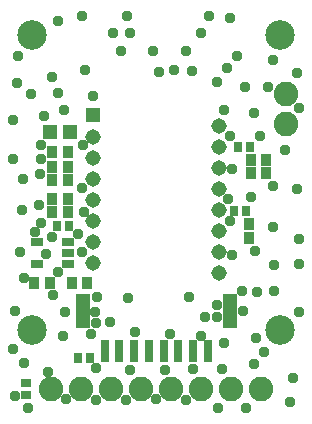
<source format=gbr>
G04 EAGLE Gerber RS-274X export*
G75*
%MOMM*%
%FSLAX34Y34*%
%LPD*%
%INSoldermask Top*%
%IPPOS*%
%AMOC8*
5,1,8,0,0,1.08239X$1,22.5*%
G01*
G04 Define Apertures*
%ADD10C,2.503200*%
%ADD11R,1.303200X1.203200*%
%ADD12R,0.903200X1.103200*%
%ADD13C,2.082800*%
%ADD14R,0.803200X0.903200*%
%ADD15R,1.311200X1.311200*%
%ADD16C,1.311200*%
%ADD17R,1.003300X0.660400*%
%ADD18R,0.803200X1.903200*%
%ADD19R,1.203200X3.003200*%
%ADD20R,0.943200X1.128200*%
%ADD21R,0.903200X0.803200*%
%ADD22C,0.959600*%
D10*
X-105000Y-125000D03*
X105000Y-125000D03*
X105000Y125000D03*
X-105000Y125000D03*
D11*
X-73130Y42560D03*
X-90130Y42560D03*
D12*
X-75130Y26050D03*
X-88130Y26050D03*
X-75130Y-25210D03*
X-88130Y-25210D03*
X-75130Y-13780D03*
X-88130Y-13780D03*
X-71270Y-84918D03*
X-58270Y-84918D03*
X-90114Y-84818D03*
X-103114Y-84818D03*
X-75130Y1920D03*
X-88130Y1920D03*
X-75130Y13350D03*
X-88130Y13350D03*
D13*
X-88900Y-175000D03*
X-63500Y-175000D03*
X-38100Y-175000D03*
X-12700Y-175000D03*
X12700Y-175000D03*
X38100Y-175000D03*
X63500Y-175000D03*
X88900Y-175000D03*
D14*
X-84286Y-37028D03*
X-74286Y-37028D03*
D15*
X-53594Y56642D03*
D16*
X-53594Y38842D03*
X-53594Y21042D03*
X-53594Y3242D03*
X-53594Y-14558D03*
X-53594Y-32358D03*
X-53594Y-50158D03*
X-53594Y-67958D03*
X53340Y47752D03*
X53340Y29952D03*
X53340Y12152D03*
X53340Y-5648D03*
X53340Y-23448D03*
X53340Y-41248D03*
X53340Y-59048D03*
X53340Y-76848D03*
D17*
X-75170Y-69346D03*
X-75170Y-59846D03*
X-75170Y-50346D03*
X-100696Y-50346D03*
X-100696Y-69346D03*
D14*
X69470Y30346D03*
X79470Y30346D03*
X-66374Y-148500D03*
X-56374Y-148500D03*
D12*
X79970Y7780D03*
X92970Y7780D03*
X79946Y19322D03*
X92946Y19322D03*
D14*
X66021Y-24177D03*
X76021Y-24177D03*
D18*
X6250Y-142656D03*
X18750Y-142656D03*
X31250Y-142656D03*
X43750Y-142656D03*
X-6250Y-142656D03*
X-18750Y-142656D03*
X-31250Y-142656D03*
X-43750Y-142656D03*
D19*
X62250Y-109156D03*
X-62250Y-109156D03*
D13*
X109602Y74768D03*
X109602Y49368D03*
D20*
X78245Y-35000D03*
X78245Y-47000D03*
D21*
X-110000Y-180000D03*
X-110000Y-170000D03*
D22*
X-61287Y-24713D03*
X62000Y139000D03*
X83000Y-153932D03*
X57640Y61640D03*
X83282Y-58000D03*
X-79128Y-130236D03*
X-25000Y141218D03*
X-18000Y-127000D03*
X12000Y-128000D03*
X57000Y-136000D03*
X31000Y-158000D03*
X56000Y-158000D03*
X7000Y-159000D03*
X-22000Y-159000D03*
X-120000Y-109000D03*
X-121218Y-141000D03*
X-108822Y-191184D03*
X-76200Y-183095D03*
X52000Y-191218D03*
X76000Y-191000D03*
X113000Y-186000D03*
X116000Y-166000D03*
X91000Y-144000D03*
X99000Y-38000D03*
X121218Y-110000D03*
X121218Y-69000D03*
X121000Y-48000D03*
X119000Y-6000D03*
X109000Y27000D03*
X83000Y59000D03*
X-60000Y95000D03*
X-83170Y75340D03*
X-78000Y61000D03*
X-117000Y107000D03*
X-83000Y137000D03*
X-63000Y141218D03*
X45000Y141218D03*
X99000Y104000D03*
X-99000Y-19000D03*
X-98000Y20000D03*
X-98000Y32000D03*
X-95000Y56000D03*
X-93000Y-61000D03*
X-63000Y-59000D03*
X-115000Y-59000D03*
X-63000Y-5000D03*
X-98340Y7000D03*
X-121218Y53000D03*
X-121218Y20000D03*
X-113000Y3000D03*
X99000Y-3000D03*
X88000Y39000D03*
X-53170Y73340D03*
X51708Y85000D03*
X59513Y96513D03*
X68672Y106672D03*
X-118159Y84159D03*
X38000Y126660D03*
X-22000Y126660D03*
X-37000Y126660D03*
X-88414Y89414D03*
X25000Y110830D03*
X-3000Y110830D03*
X-30000Y110830D03*
X75098Y80928D03*
X2000Y93364D03*
X30000Y94000D03*
X15000Y95000D03*
X-50000Y-97000D03*
X-51000Y-119000D03*
X64186Y10974D03*
X61994Y-33006D03*
X79797Y-12203D03*
X-66000Y-43858D03*
X-103000Y-42000D03*
X84718Y-131451D03*
X-38958Y-118042D03*
X-112218Y-80718D03*
X-87193Y-95658D03*
X62640Y39640D03*
X60797Y-14203D03*
X28000Y-97000D03*
X-24000Y-98000D03*
X-106203Y74797D03*
X118797Y92797D03*
X-83203Y-76203D03*
X-119203Y-181203D03*
X120797Y62797D03*
X99762Y-92000D03*
X99762Y-70000D03*
X64186Y-61479D03*
X73291Y-108529D03*
X51087Y-104087D03*
X-25404Y-183844D03*
X-312Y-183407D03*
X37696Y-129706D03*
X85427Y-93000D03*
X72815Y-92000D03*
X-51404Y-183844D03*
X24800Y-183844D03*
X41587Y-113570D03*
X-91378Y-160296D03*
X-112203Y-153203D03*
X-51000Y-157306D03*
X94672Y80672D03*
X51000Y-113570D03*
X-55000Y-128000D03*
X-62045Y31955D03*
X-113561Y-23697D03*
X-88000Y-46000D03*
X-98000Y-34000D03*
X-51944Y-109861D03*
X-77128Y-110000D03*
M02*

</source>
